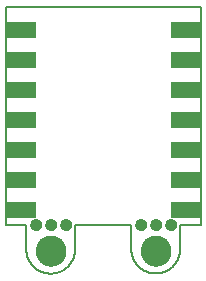
<source format=gts>
G75*
%MOIN*%
%OFA0B0*%
%FSLAX25Y25*%
%IPPOS*%
%LPD*%
%AMOC8*
5,1,8,0,0,1.08239X$1,22.5*
%
%ADD10C,0.00500*%
%ADD11C,0.00000*%
%ADD12C,0.10243*%
%ADD13C,0.03943*%
%ADD14R,0.10400X0.05400*%
D10*
X0011925Y0010080D02*
X0011925Y0017580D01*
X0005050Y0017580D01*
X0005050Y0090041D01*
X0005050Y0090080D02*
X0070001Y0090080D01*
X0070050Y0090080D02*
X0070050Y0073830D01*
X0070001Y0017580D01*
X0063175Y0017580D01*
X0063175Y0008830D01*
X0063157Y0008632D01*
X0063135Y0008435D01*
X0063108Y0008239D01*
X0063076Y0008043D01*
X0063039Y0007848D01*
X0062997Y0007654D01*
X0062951Y0007461D01*
X0062900Y0007269D01*
X0062845Y0007078D01*
X0062785Y0006889D01*
X0062720Y0006702D01*
X0062650Y0006516D01*
X0062577Y0006331D01*
X0062498Y0006149D01*
X0062416Y0005969D01*
X0062329Y0005790D01*
X0062237Y0005614D01*
X0062141Y0005440D01*
X0062042Y0005269D01*
X0061938Y0005100D01*
X0061830Y0004933D01*
X0061717Y0004770D01*
X0061601Y0004609D01*
X0061481Y0004451D01*
X0061358Y0004296D01*
X0061230Y0004143D01*
X0061099Y0003995D01*
X0060964Y0003849D01*
X0060826Y0003706D01*
X0060684Y0003568D01*
X0060539Y0003432D01*
X0060391Y0003300D01*
X0060239Y0003172D01*
X0060085Y0003047D01*
X0059927Y0002927D01*
X0059767Y0002810D01*
X0059604Y0002697D01*
X0059438Y0002588D01*
X0059269Y0002483D01*
X0059098Y0002383D01*
X0058925Y0002286D01*
X0058749Y0002194D01*
X0058571Y0002106D01*
X0058391Y0002022D01*
X0058209Y0001943D01*
X0058025Y0001869D01*
X0057840Y0001798D01*
X0057653Y0001733D01*
X0057464Y0001672D01*
X0057273Y0001615D01*
X0057082Y0001563D01*
X0056889Y0001516D01*
X0056695Y0001474D01*
X0056500Y0001436D01*
X0056305Y0001403D01*
X0056108Y0001375D01*
X0055911Y0001352D01*
X0055714Y0001333D01*
X0055516Y0001319D01*
X0055317Y0001310D01*
X0055119Y0001306D01*
X0054921Y0001307D01*
X0054722Y0001313D01*
X0054524Y0001323D01*
X0054326Y0001338D01*
X0054129Y0001358D01*
X0053932Y0001383D01*
X0053736Y0001413D01*
X0053540Y0001447D01*
X0053346Y0001486D01*
X0053152Y0001530D01*
X0052960Y0001579D01*
X0052768Y0001632D01*
X0052579Y0001690D01*
X0052390Y0001752D01*
X0052203Y0001819D01*
X0052018Y0001891D01*
X0051835Y0001967D01*
X0051654Y0002047D01*
X0051474Y0002132D01*
X0051297Y0002222D01*
X0051122Y0002315D01*
X0050949Y0002413D01*
X0050779Y0002515D01*
X0050611Y0002621D01*
X0050446Y0002731D01*
X0050284Y0002845D01*
X0050124Y0002963D01*
X0049968Y0003085D01*
X0049814Y0003211D01*
X0049664Y0003340D01*
X0049516Y0003473D01*
X0049372Y0003610D01*
X0049232Y0003750D01*
X0049094Y0003893D01*
X0048961Y0004040D01*
X0048831Y0004189D01*
X0048704Y0004342D01*
X0048582Y0004499D01*
X0048463Y0004657D01*
X0048348Y0004819D01*
X0048237Y0004984D01*
X0048130Y0005151D01*
X0048028Y0005321D01*
X0047929Y0005493D01*
X0047835Y0005668D01*
X0047744Y0005845D01*
X0047659Y0006024D01*
X0047577Y0006205D01*
X0047500Y0006387D01*
X0047428Y0006572D01*
X0047360Y0006759D01*
X0047297Y0006947D01*
X0047238Y0007136D01*
X0047184Y0007327D01*
X0047134Y0007519D01*
X0047089Y0007713D01*
X0047049Y0007907D01*
X0047014Y0008102D01*
X0046983Y0008298D01*
X0046958Y0008495D01*
X0046937Y0008693D01*
X0046921Y0008890D01*
X0046909Y0009088D01*
X0046903Y0009287D01*
X0046901Y0009485D01*
X0046904Y0009684D01*
X0046912Y0009882D01*
X0046925Y0010080D01*
X0046925Y0017580D01*
X0028175Y0017580D01*
X0028175Y0010080D01*
X0028189Y0009881D01*
X0028198Y0009681D01*
X0028203Y0009482D01*
X0028202Y0009282D01*
X0028197Y0009082D01*
X0028186Y0008883D01*
X0028171Y0008683D01*
X0028151Y0008485D01*
X0028126Y0008286D01*
X0028096Y0008089D01*
X0028062Y0007892D01*
X0028022Y0007696D01*
X0027978Y0007502D01*
X0027929Y0007308D01*
X0027875Y0007115D01*
X0027817Y0006924D01*
X0027754Y0006735D01*
X0027686Y0006547D01*
X0027614Y0006361D01*
X0027537Y0006176D01*
X0027456Y0005994D01*
X0027370Y0005813D01*
X0027280Y0005635D01*
X0027186Y0005459D01*
X0027087Y0005285D01*
X0026984Y0005114D01*
X0026877Y0004946D01*
X0026765Y0004780D01*
X0026650Y0004617D01*
X0026531Y0004456D01*
X0026408Y0004299D01*
X0026281Y0004145D01*
X0026150Y0003994D01*
X0026016Y0003846D01*
X0025878Y0003701D01*
X0025736Y0003560D01*
X0025591Y0003423D01*
X0025443Y0003289D01*
X0025292Y0003158D01*
X0025137Y0003032D01*
X0024980Y0002909D01*
X0024819Y0002790D01*
X0024656Y0002676D01*
X0024489Y0002565D01*
X0024321Y0002458D01*
X0024149Y0002355D01*
X0023975Y0002257D01*
X0023799Y0002163D01*
X0023620Y0002073D01*
X0023440Y0001988D01*
X0023257Y0001907D01*
X0023073Y0001831D01*
X0022886Y0001759D01*
X0022698Y0001692D01*
X0022508Y0001629D01*
X0022317Y0001572D01*
X0022125Y0001518D01*
X0021931Y0001470D01*
X0021736Y0001426D01*
X0021540Y0001387D01*
X0021343Y0001353D01*
X0021145Y0001324D01*
X0020947Y0001300D01*
X0020748Y0001280D01*
X0020549Y0001265D01*
X0020350Y0001256D01*
X0020150Y0001251D01*
X0019950Y0001251D01*
X0019750Y0001256D01*
X0019551Y0001265D01*
X0019352Y0001280D01*
X0019153Y0001300D01*
X0018955Y0001324D01*
X0018757Y0001353D01*
X0018560Y0001387D01*
X0018364Y0001426D01*
X0018169Y0001470D01*
X0017975Y0001518D01*
X0017783Y0001572D01*
X0017592Y0001629D01*
X0017402Y0001692D01*
X0017214Y0001759D01*
X0017027Y0001831D01*
X0016843Y0001907D01*
X0016660Y0001988D01*
X0016480Y0002073D01*
X0016301Y0002163D01*
X0016125Y0002257D01*
X0015951Y0002355D01*
X0015779Y0002458D01*
X0015611Y0002565D01*
X0015444Y0002676D01*
X0015281Y0002790D01*
X0015120Y0002909D01*
X0014963Y0003032D01*
X0014808Y0003158D01*
X0014657Y0003289D01*
X0014509Y0003423D01*
X0014364Y0003560D01*
X0014222Y0003701D01*
X0014084Y0003846D01*
X0013950Y0003994D01*
X0013819Y0004145D01*
X0013692Y0004299D01*
X0013569Y0004456D01*
X0013450Y0004617D01*
X0013335Y0004780D01*
X0013223Y0004946D01*
X0013116Y0005114D01*
X0013013Y0005285D01*
X0012914Y0005459D01*
X0012820Y0005635D01*
X0012730Y0005813D01*
X0012644Y0005994D01*
X0012563Y0006176D01*
X0012486Y0006361D01*
X0012414Y0006547D01*
X0012346Y0006735D01*
X0012283Y0006924D01*
X0012225Y0007115D01*
X0012171Y0007308D01*
X0012122Y0007502D01*
X0012078Y0007696D01*
X0012038Y0007892D01*
X0012004Y0008089D01*
X0011974Y0008286D01*
X0011949Y0008485D01*
X0011929Y0008683D01*
X0011914Y0008883D01*
X0011903Y0009082D01*
X0011898Y0009282D01*
X0011897Y0009482D01*
X0011902Y0009681D01*
X0011911Y0009881D01*
X0011925Y0010080D01*
D11*
X0013278Y0017580D02*
X0013280Y0017664D01*
X0013286Y0017747D01*
X0013296Y0017830D01*
X0013310Y0017913D01*
X0013327Y0017995D01*
X0013349Y0018076D01*
X0013374Y0018155D01*
X0013403Y0018234D01*
X0013436Y0018311D01*
X0013472Y0018386D01*
X0013512Y0018460D01*
X0013555Y0018532D01*
X0013602Y0018601D01*
X0013652Y0018668D01*
X0013705Y0018733D01*
X0013761Y0018795D01*
X0013819Y0018855D01*
X0013881Y0018912D01*
X0013945Y0018965D01*
X0014012Y0019016D01*
X0014081Y0019063D01*
X0014152Y0019108D01*
X0014225Y0019148D01*
X0014300Y0019185D01*
X0014377Y0019219D01*
X0014455Y0019249D01*
X0014534Y0019275D01*
X0014615Y0019298D01*
X0014697Y0019316D01*
X0014779Y0019331D01*
X0014862Y0019342D01*
X0014945Y0019349D01*
X0015029Y0019352D01*
X0015113Y0019351D01*
X0015196Y0019346D01*
X0015280Y0019337D01*
X0015362Y0019324D01*
X0015444Y0019308D01*
X0015525Y0019287D01*
X0015606Y0019263D01*
X0015684Y0019235D01*
X0015762Y0019203D01*
X0015838Y0019167D01*
X0015912Y0019128D01*
X0015984Y0019086D01*
X0016054Y0019040D01*
X0016122Y0018991D01*
X0016187Y0018939D01*
X0016250Y0018884D01*
X0016310Y0018826D01*
X0016368Y0018765D01*
X0016422Y0018701D01*
X0016474Y0018635D01*
X0016522Y0018567D01*
X0016567Y0018496D01*
X0016608Y0018423D01*
X0016647Y0018349D01*
X0016681Y0018273D01*
X0016712Y0018195D01*
X0016739Y0018116D01*
X0016763Y0018035D01*
X0016782Y0017954D01*
X0016798Y0017872D01*
X0016810Y0017789D01*
X0016818Y0017705D01*
X0016822Y0017622D01*
X0016822Y0017538D01*
X0016818Y0017455D01*
X0016810Y0017371D01*
X0016798Y0017288D01*
X0016782Y0017206D01*
X0016763Y0017125D01*
X0016739Y0017044D01*
X0016712Y0016965D01*
X0016681Y0016887D01*
X0016647Y0016811D01*
X0016608Y0016737D01*
X0016567Y0016664D01*
X0016522Y0016593D01*
X0016474Y0016525D01*
X0016422Y0016459D01*
X0016368Y0016395D01*
X0016310Y0016334D01*
X0016250Y0016276D01*
X0016187Y0016221D01*
X0016122Y0016169D01*
X0016054Y0016120D01*
X0015984Y0016074D01*
X0015912Y0016032D01*
X0015838Y0015993D01*
X0015762Y0015957D01*
X0015684Y0015925D01*
X0015606Y0015897D01*
X0015525Y0015873D01*
X0015444Y0015852D01*
X0015362Y0015836D01*
X0015280Y0015823D01*
X0015196Y0015814D01*
X0015113Y0015809D01*
X0015029Y0015808D01*
X0014945Y0015811D01*
X0014862Y0015818D01*
X0014779Y0015829D01*
X0014697Y0015844D01*
X0014615Y0015862D01*
X0014534Y0015885D01*
X0014455Y0015911D01*
X0014377Y0015941D01*
X0014300Y0015975D01*
X0014225Y0016012D01*
X0014152Y0016052D01*
X0014081Y0016097D01*
X0014012Y0016144D01*
X0013945Y0016195D01*
X0013881Y0016248D01*
X0013819Y0016305D01*
X0013761Y0016365D01*
X0013705Y0016427D01*
X0013652Y0016492D01*
X0013602Y0016559D01*
X0013555Y0016628D01*
X0013512Y0016700D01*
X0013472Y0016774D01*
X0013436Y0016849D01*
X0013403Y0016926D01*
X0013374Y0017005D01*
X0013349Y0017084D01*
X0013327Y0017165D01*
X0013310Y0017247D01*
X0013296Y0017330D01*
X0013286Y0017413D01*
X0013280Y0017496D01*
X0013278Y0017580D01*
X0018278Y0017580D02*
X0018280Y0017664D01*
X0018286Y0017747D01*
X0018296Y0017830D01*
X0018310Y0017913D01*
X0018327Y0017995D01*
X0018349Y0018076D01*
X0018374Y0018155D01*
X0018403Y0018234D01*
X0018436Y0018311D01*
X0018472Y0018386D01*
X0018512Y0018460D01*
X0018555Y0018532D01*
X0018602Y0018601D01*
X0018652Y0018668D01*
X0018705Y0018733D01*
X0018761Y0018795D01*
X0018819Y0018855D01*
X0018881Y0018912D01*
X0018945Y0018965D01*
X0019012Y0019016D01*
X0019081Y0019063D01*
X0019152Y0019108D01*
X0019225Y0019148D01*
X0019300Y0019185D01*
X0019377Y0019219D01*
X0019455Y0019249D01*
X0019534Y0019275D01*
X0019615Y0019298D01*
X0019697Y0019316D01*
X0019779Y0019331D01*
X0019862Y0019342D01*
X0019945Y0019349D01*
X0020029Y0019352D01*
X0020113Y0019351D01*
X0020196Y0019346D01*
X0020280Y0019337D01*
X0020362Y0019324D01*
X0020444Y0019308D01*
X0020525Y0019287D01*
X0020606Y0019263D01*
X0020684Y0019235D01*
X0020762Y0019203D01*
X0020838Y0019167D01*
X0020912Y0019128D01*
X0020984Y0019086D01*
X0021054Y0019040D01*
X0021122Y0018991D01*
X0021187Y0018939D01*
X0021250Y0018884D01*
X0021310Y0018826D01*
X0021368Y0018765D01*
X0021422Y0018701D01*
X0021474Y0018635D01*
X0021522Y0018567D01*
X0021567Y0018496D01*
X0021608Y0018423D01*
X0021647Y0018349D01*
X0021681Y0018273D01*
X0021712Y0018195D01*
X0021739Y0018116D01*
X0021763Y0018035D01*
X0021782Y0017954D01*
X0021798Y0017872D01*
X0021810Y0017789D01*
X0021818Y0017705D01*
X0021822Y0017622D01*
X0021822Y0017538D01*
X0021818Y0017455D01*
X0021810Y0017371D01*
X0021798Y0017288D01*
X0021782Y0017206D01*
X0021763Y0017125D01*
X0021739Y0017044D01*
X0021712Y0016965D01*
X0021681Y0016887D01*
X0021647Y0016811D01*
X0021608Y0016737D01*
X0021567Y0016664D01*
X0021522Y0016593D01*
X0021474Y0016525D01*
X0021422Y0016459D01*
X0021368Y0016395D01*
X0021310Y0016334D01*
X0021250Y0016276D01*
X0021187Y0016221D01*
X0021122Y0016169D01*
X0021054Y0016120D01*
X0020984Y0016074D01*
X0020912Y0016032D01*
X0020838Y0015993D01*
X0020762Y0015957D01*
X0020684Y0015925D01*
X0020606Y0015897D01*
X0020525Y0015873D01*
X0020444Y0015852D01*
X0020362Y0015836D01*
X0020280Y0015823D01*
X0020196Y0015814D01*
X0020113Y0015809D01*
X0020029Y0015808D01*
X0019945Y0015811D01*
X0019862Y0015818D01*
X0019779Y0015829D01*
X0019697Y0015844D01*
X0019615Y0015862D01*
X0019534Y0015885D01*
X0019455Y0015911D01*
X0019377Y0015941D01*
X0019300Y0015975D01*
X0019225Y0016012D01*
X0019152Y0016052D01*
X0019081Y0016097D01*
X0019012Y0016144D01*
X0018945Y0016195D01*
X0018881Y0016248D01*
X0018819Y0016305D01*
X0018761Y0016365D01*
X0018705Y0016427D01*
X0018652Y0016492D01*
X0018602Y0016559D01*
X0018555Y0016628D01*
X0018512Y0016700D01*
X0018472Y0016774D01*
X0018436Y0016849D01*
X0018403Y0016926D01*
X0018374Y0017005D01*
X0018349Y0017084D01*
X0018327Y0017165D01*
X0018310Y0017247D01*
X0018296Y0017330D01*
X0018286Y0017413D01*
X0018280Y0017496D01*
X0018278Y0017580D01*
X0023278Y0017580D02*
X0023280Y0017664D01*
X0023286Y0017747D01*
X0023296Y0017830D01*
X0023310Y0017913D01*
X0023327Y0017995D01*
X0023349Y0018076D01*
X0023374Y0018155D01*
X0023403Y0018234D01*
X0023436Y0018311D01*
X0023472Y0018386D01*
X0023512Y0018460D01*
X0023555Y0018532D01*
X0023602Y0018601D01*
X0023652Y0018668D01*
X0023705Y0018733D01*
X0023761Y0018795D01*
X0023819Y0018855D01*
X0023881Y0018912D01*
X0023945Y0018965D01*
X0024012Y0019016D01*
X0024081Y0019063D01*
X0024152Y0019108D01*
X0024225Y0019148D01*
X0024300Y0019185D01*
X0024377Y0019219D01*
X0024455Y0019249D01*
X0024534Y0019275D01*
X0024615Y0019298D01*
X0024697Y0019316D01*
X0024779Y0019331D01*
X0024862Y0019342D01*
X0024945Y0019349D01*
X0025029Y0019352D01*
X0025113Y0019351D01*
X0025196Y0019346D01*
X0025280Y0019337D01*
X0025362Y0019324D01*
X0025444Y0019308D01*
X0025525Y0019287D01*
X0025606Y0019263D01*
X0025684Y0019235D01*
X0025762Y0019203D01*
X0025838Y0019167D01*
X0025912Y0019128D01*
X0025984Y0019086D01*
X0026054Y0019040D01*
X0026122Y0018991D01*
X0026187Y0018939D01*
X0026250Y0018884D01*
X0026310Y0018826D01*
X0026368Y0018765D01*
X0026422Y0018701D01*
X0026474Y0018635D01*
X0026522Y0018567D01*
X0026567Y0018496D01*
X0026608Y0018423D01*
X0026647Y0018349D01*
X0026681Y0018273D01*
X0026712Y0018195D01*
X0026739Y0018116D01*
X0026763Y0018035D01*
X0026782Y0017954D01*
X0026798Y0017872D01*
X0026810Y0017789D01*
X0026818Y0017705D01*
X0026822Y0017622D01*
X0026822Y0017538D01*
X0026818Y0017455D01*
X0026810Y0017371D01*
X0026798Y0017288D01*
X0026782Y0017206D01*
X0026763Y0017125D01*
X0026739Y0017044D01*
X0026712Y0016965D01*
X0026681Y0016887D01*
X0026647Y0016811D01*
X0026608Y0016737D01*
X0026567Y0016664D01*
X0026522Y0016593D01*
X0026474Y0016525D01*
X0026422Y0016459D01*
X0026368Y0016395D01*
X0026310Y0016334D01*
X0026250Y0016276D01*
X0026187Y0016221D01*
X0026122Y0016169D01*
X0026054Y0016120D01*
X0025984Y0016074D01*
X0025912Y0016032D01*
X0025838Y0015993D01*
X0025762Y0015957D01*
X0025684Y0015925D01*
X0025606Y0015897D01*
X0025525Y0015873D01*
X0025444Y0015852D01*
X0025362Y0015836D01*
X0025280Y0015823D01*
X0025196Y0015814D01*
X0025113Y0015809D01*
X0025029Y0015808D01*
X0024945Y0015811D01*
X0024862Y0015818D01*
X0024779Y0015829D01*
X0024697Y0015844D01*
X0024615Y0015862D01*
X0024534Y0015885D01*
X0024455Y0015911D01*
X0024377Y0015941D01*
X0024300Y0015975D01*
X0024225Y0016012D01*
X0024152Y0016052D01*
X0024081Y0016097D01*
X0024012Y0016144D01*
X0023945Y0016195D01*
X0023881Y0016248D01*
X0023819Y0016305D01*
X0023761Y0016365D01*
X0023705Y0016427D01*
X0023652Y0016492D01*
X0023602Y0016559D01*
X0023555Y0016628D01*
X0023512Y0016700D01*
X0023472Y0016774D01*
X0023436Y0016849D01*
X0023403Y0016926D01*
X0023374Y0017005D01*
X0023349Y0017084D01*
X0023327Y0017165D01*
X0023310Y0017247D01*
X0023296Y0017330D01*
X0023286Y0017413D01*
X0023280Y0017496D01*
X0023278Y0017580D01*
X0015129Y0008830D02*
X0015131Y0008970D01*
X0015137Y0009110D01*
X0015147Y0009249D01*
X0015161Y0009388D01*
X0015179Y0009527D01*
X0015200Y0009665D01*
X0015226Y0009803D01*
X0015256Y0009940D01*
X0015289Y0010075D01*
X0015327Y0010210D01*
X0015368Y0010344D01*
X0015413Y0010477D01*
X0015461Y0010608D01*
X0015514Y0010737D01*
X0015570Y0010866D01*
X0015629Y0010992D01*
X0015693Y0011117D01*
X0015759Y0011240D01*
X0015830Y0011361D01*
X0015903Y0011480D01*
X0015980Y0011597D01*
X0016061Y0011711D01*
X0016144Y0011823D01*
X0016231Y0011933D01*
X0016321Y0012041D01*
X0016413Y0012145D01*
X0016509Y0012247D01*
X0016608Y0012347D01*
X0016709Y0012443D01*
X0016813Y0012537D01*
X0016920Y0012627D01*
X0017029Y0012714D01*
X0017141Y0012799D01*
X0017255Y0012880D01*
X0017371Y0012958D01*
X0017489Y0013032D01*
X0017610Y0013103D01*
X0017732Y0013171D01*
X0017857Y0013235D01*
X0017983Y0013296D01*
X0018110Y0013353D01*
X0018240Y0013406D01*
X0018371Y0013456D01*
X0018503Y0013501D01*
X0018636Y0013544D01*
X0018771Y0013582D01*
X0018906Y0013616D01*
X0019043Y0013647D01*
X0019180Y0013674D01*
X0019318Y0013696D01*
X0019457Y0013715D01*
X0019596Y0013730D01*
X0019735Y0013741D01*
X0019875Y0013748D01*
X0020015Y0013751D01*
X0020155Y0013750D01*
X0020295Y0013745D01*
X0020434Y0013736D01*
X0020574Y0013723D01*
X0020713Y0013706D01*
X0020851Y0013685D01*
X0020989Y0013661D01*
X0021126Y0013632D01*
X0021262Y0013600D01*
X0021397Y0013563D01*
X0021531Y0013523D01*
X0021664Y0013479D01*
X0021795Y0013431D01*
X0021925Y0013380D01*
X0022054Y0013325D01*
X0022181Y0013266D01*
X0022306Y0013203D01*
X0022429Y0013138D01*
X0022551Y0013068D01*
X0022670Y0012995D01*
X0022788Y0012919D01*
X0022903Y0012840D01*
X0023016Y0012757D01*
X0023126Y0012671D01*
X0023234Y0012582D01*
X0023339Y0012490D01*
X0023442Y0012395D01*
X0023542Y0012297D01*
X0023639Y0012197D01*
X0023733Y0012093D01*
X0023825Y0011987D01*
X0023913Y0011879D01*
X0023998Y0011768D01*
X0024080Y0011654D01*
X0024159Y0011538D01*
X0024234Y0011421D01*
X0024306Y0011301D01*
X0024374Y0011179D01*
X0024439Y0011055D01*
X0024501Y0010929D01*
X0024559Y0010802D01*
X0024613Y0010673D01*
X0024664Y0010542D01*
X0024710Y0010410D01*
X0024753Y0010277D01*
X0024793Y0010143D01*
X0024828Y0010008D01*
X0024860Y0009871D01*
X0024887Y0009734D01*
X0024911Y0009596D01*
X0024931Y0009458D01*
X0024947Y0009319D01*
X0024959Y0009179D01*
X0024967Y0009040D01*
X0024971Y0008900D01*
X0024971Y0008760D01*
X0024967Y0008620D01*
X0024959Y0008481D01*
X0024947Y0008341D01*
X0024931Y0008202D01*
X0024911Y0008064D01*
X0024887Y0007926D01*
X0024860Y0007789D01*
X0024828Y0007652D01*
X0024793Y0007517D01*
X0024753Y0007383D01*
X0024710Y0007250D01*
X0024664Y0007118D01*
X0024613Y0006987D01*
X0024559Y0006858D01*
X0024501Y0006731D01*
X0024439Y0006605D01*
X0024374Y0006481D01*
X0024306Y0006359D01*
X0024234Y0006239D01*
X0024159Y0006122D01*
X0024080Y0006006D01*
X0023998Y0005892D01*
X0023913Y0005781D01*
X0023825Y0005673D01*
X0023733Y0005567D01*
X0023639Y0005463D01*
X0023542Y0005363D01*
X0023442Y0005265D01*
X0023339Y0005170D01*
X0023234Y0005078D01*
X0023126Y0004989D01*
X0023016Y0004903D01*
X0022903Y0004820D01*
X0022788Y0004741D01*
X0022670Y0004665D01*
X0022551Y0004592D01*
X0022429Y0004522D01*
X0022306Y0004457D01*
X0022181Y0004394D01*
X0022054Y0004335D01*
X0021925Y0004280D01*
X0021795Y0004229D01*
X0021664Y0004181D01*
X0021531Y0004137D01*
X0021397Y0004097D01*
X0021262Y0004060D01*
X0021126Y0004028D01*
X0020989Y0003999D01*
X0020851Y0003975D01*
X0020713Y0003954D01*
X0020574Y0003937D01*
X0020434Y0003924D01*
X0020295Y0003915D01*
X0020155Y0003910D01*
X0020015Y0003909D01*
X0019875Y0003912D01*
X0019735Y0003919D01*
X0019596Y0003930D01*
X0019457Y0003945D01*
X0019318Y0003964D01*
X0019180Y0003986D01*
X0019043Y0004013D01*
X0018906Y0004044D01*
X0018771Y0004078D01*
X0018636Y0004116D01*
X0018503Y0004159D01*
X0018371Y0004204D01*
X0018240Y0004254D01*
X0018110Y0004307D01*
X0017983Y0004364D01*
X0017857Y0004425D01*
X0017732Y0004489D01*
X0017610Y0004557D01*
X0017489Y0004628D01*
X0017371Y0004702D01*
X0017255Y0004780D01*
X0017141Y0004861D01*
X0017029Y0004946D01*
X0016920Y0005033D01*
X0016813Y0005123D01*
X0016709Y0005217D01*
X0016608Y0005313D01*
X0016509Y0005413D01*
X0016413Y0005515D01*
X0016321Y0005619D01*
X0016231Y0005727D01*
X0016144Y0005837D01*
X0016061Y0005949D01*
X0015980Y0006063D01*
X0015903Y0006180D01*
X0015830Y0006299D01*
X0015759Y0006420D01*
X0015693Y0006543D01*
X0015629Y0006668D01*
X0015570Y0006794D01*
X0015514Y0006923D01*
X0015461Y0007052D01*
X0015413Y0007183D01*
X0015368Y0007316D01*
X0015327Y0007450D01*
X0015289Y0007585D01*
X0015256Y0007720D01*
X0015226Y0007857D01*
X0015200Y0007995D01*
X0015179Y0008133D01*
X0015161Y0008272D01*
X0015147Y0008411D01*
X0015137Y0008550D01*
X0015131Y0008690D01*
X0015129Y0008830D01*
X0048278Y0017580D02*
X0048280Y0017664D01*
X0048286Y0017747D01*
X0048296Y0017830D01*
X0048310Y0017913D01*
X0048327Y0017995D01*
X0048349Y0018076D01*
X0048374Y0018155D01*
X0048403Y0018234D01*
X0048436Y0018311D01*
X0048472Y0018386D01*
X0048512Y0018460D01*
X0048555Y0018532D01*
X0048602Y0018601D01*
X0048652Y0018668D01*
X0048705Y0018733D01*
X0048761Y0018795D01*
X0048819Y0018855D01*
X0048881Y0018912D01*
X0048945Y0018965D01*
X0049012Y0019016D01*
X0049081Y0019063D01*
X0049152Y0019108D01*
X0049225Y0019148D01*
X0049300Y0019185D01*
X0049377Y0019219D01*
X0049455Y0019249D01*
X0049534Y0019275D01*
X0049615Y0019298D01*
X0049697Y0019316D01*
X0049779Y0019331D01*
X0049862Y0019342D01*
X0049945Y0019349D01*
X0050029Y0019352D01*
X0050113Y0019351D01*
X0050196Y0019346D01*
X0050280Y0019337D01*
X0050362Y0019324D01*
X0050444Y0019308D01*
X0050525Y0019287D01*
X0050606Y0019263D01*
X0050684Y0019235D01*
X0050762Y0019203D01*
X0050838Y0019167D01*
X0050912Y0019128D01*
X0050984Y0019086D01*
X0051054Y0019040D01*
X0051122Y0018991D01*
X0051187Y0018939D01*
X0051250Y0018884D01*
X0051310Y0018826D01*
X0051368Y0018765D01*
X0051422Y0018701D01*
X0051474Y0018635D01*
X0051522Y0018567D01*
X0051567Y0018496D01*
X0051608Y0018423D01*
X0051647Y0018349D01*
X0051681Y0018273D01*
X0051712Y0018195D01*
X0051739Y0018116D01*
X0051763Y0018035D01*
X0051782Y0017954D01*
X0051798Y0017872D01*
X0051810Y0017789D01*
X0051818Y0017705D01*
X0051822Y0017622D01*
X0051822Y0017538D01*
X0051818Y0017455D01*
X0051810Y0017371D01*
X0051798Y0017288D01*
X0051782Y0017206D01*
X0051763Y0017125D01*
X0051739Y0017044D01*
X0051712Y0016965D01*
X0051681Y0016887D01*
X0051647Y0016811D01*
X0051608Y0016737D01*
X0051567Y0016664D01*
X0051522Y0016593D01*
X0051474Y0016525D01*
X0051422Y0016459D01*
X0051368Y0016395D01*
X0051310Y0016334D01*
X0051250Y0016276D01*
X0051187Y0016221D01*
X0051122Y0016169D01*
X0051054Y0016120D01*
X0050984Y0016074D01*
X0050912Y0016032D01*
X0050838Y0015993D01*
X0050762Y0015957D01*
X0050684Y0015925D01*
X0050606Y0015897D01*
X0050525Y0015873D01*
X0050444Y0015852D01*
X0050362Y0015836D01*
X0050280Y0015823D01*
X0050196Y0015814D01*
X0050113Y0015809D01*
X0050029Y0015808D01*
X0049945Y0015811D01*
X0049862Y0015818D01*
X0049779Y0015829D01*
X0049697Y0015844D01*
X0049615Y0015862D01*
X0049534Y0015885D01*
X0049455Y0015911D01*
X0049377Y0015941D01*
X0049300Y0015975D01*
X0049225Y0016012D01*
X0049152Y0016052D01*
X0049081Y0016097D01*
X0049012Y0016144D01*
X0048945Y0016195D01*
X0048881Y0016248D01*
X0048819Y0016305D01*
X0048761Y0016365D01*
X0048705Y0016427D01*
X0048652Y0016492D01*
X0048602Y0016559D01*
X0048555Y0016628D01*
X0048512Y0016700D01*
X0048472Y0016774D01*
X0048436Y0016849D01*
X0048403Y0016926D01*
X0048374Y0017005D01*
X0048349Y0017084D01*
X0048327Y0017165D01*
X0048310Y0017247D01*
X0048296Y0017330D01*
X0048286Y0017413D01*
X0048280Y0017496D01*
X0048278Y0017580D01*
X0053278Y0017580D02*
X0053280Y0017664D01*
X0053286Y0017747D01*
X0053296Y0017830D01*
X0053310Y0017913D01*
X0053327Y0017995D01*
X0053349Y0018076D01*
X0053374Y0018155D01*
X0053403Y0018234D01*
X0053436Y0018311D01*
X0053472Y0018386D01*
X0053512Y0018460D01*
X0053555Y0018532D01*
X0053602Y0018601D01*
X0053652Y0018668D01*
X0053705Y0018733D01*
X0053761Y0018795D01*
X0053819Y0018855D01*
X0053881Y0018912D01*
X0053945Y0018965D01*
X0054012Y0019016D01*
X0054081Y0019063D01*
X0054152Y0019108D01*
X0054225Y0019148D01*
X0054300Y0019185D01*
X0054377Y0019219D01*
X0054455Y0019249D01*
X0054534Y0019275D01*
X0054615Y0019298D01*
X0054697Y0019316D01*
X0054779Y0019331D01*
X0054862Y0019342D01*
X0054945Y0019349D01*
X0055029Y0019352D01*
X0055113Y0019351D01*
X0055196Y0019346D01*
X0055280Y0019337D01*
X0055362Y0019324D01*
X0055444Y0019308D01*
X0055525Y0019287D01*
X0055606Y0019263D01*
X0055684Y0019235D01*
X0055762Y0019203D01*
X0055838Y0019167D01*
X0055912Y0019128D01*
X0055984Y0019086D01*
X0056054Y0019040D01*
X0056122Y0018991D01*
X0056187Y0018939D01*
X0056250Y0018884D01*
X0056310Y0018826D01*
X0056368Y0018765D01*
X0056422Y0018701D01*
X0056474Y0018635D01*
X0056522Y0018567D01*
X0056567Y0018496D01*
X0056608Y0018423D01*
X0056647Y0018349D01*
X0056681Y0018273D01*
X0056712Y0018195D01*
X0056739Y0018116D01*
X0056763Y0018035D01*
X0056782Y0017954D01*
X0056798Y0017872D01*
X0056810Y0017789D01*
X0056818Y0017705D01*
X0056822Y0017622D01*
X0056822Y0017538D01*
X0056818Y0017455D01*
X0056810Y0017371D01*
X0056798Y0017288D01*
X0056782Y0017206D01*
X0056763Y0017125D01*
X0056739Y0017044D01*
X0056712Y0016965D01*
X0056681Y0016887D01*
X0056647Y0016811D01*
X0056608Y0016737D01*
X0056567Y0016664D01*
X0056522Y0016593D01*
X0056474Y0016525D01*
X0056422Y0016459D01*
X0056368Y0016395D01*
X0056310Y0016334D01*
X0056250Y0016276D01*
X0056187Y0016221D01*
X0056122Y0016169D01*
X0056054Y0016120D01*
X0055984Y0016074D01*
X0055912Y0016032D01*
X0055838Y0015993D01*
X0055762Y0015957D01*
X0055684Y0015925D01*
X0055606Y0015897D01*
X0055525Y0015873D01*
X0055444Y0015852D01*
X0055362Y0015836D01*
X0055280Y0015823D01*
X0055196Y0015814D01*
X0055113Y0015809D01*
X0055029Y0015808D01*
X0054945Y0015811D01*
X0054862Y0015818D01*
X0054779Y0015829D01*
X0054697Y0015844D01*
X0054615Y0015862D01*
X0054534Y0015885D01*
X0054455Y0015911D01*
X0054377Y0015941D01*
X0054300Y0015975D01*
X0054225Y0016012D01*
X0054152Y0016052D01*
X0054081Y0016097D01*
X0054012Y0016144D01*
X0053945Y0016195D01*
X0053881Y0016248D01*
X0053819Y0016305D01*
X0053761Y0016365D01*
X0053705Y0016427D01*
X0053652Y0016492D01*
X0053602Y0016559D01*
X0053555Y0016628D01*
X0053512Y0016700D01*
X0053472Y0016774D01*
X0053436Y0016849D01*
X0053403Y0016926D01*
X0053374Y0017005D01*
X0053349Y0017084D01*
X0053327Y0017165D01*
X0053310Y0017247D01*
X0053296Y0017330D01*
X0053286Y0017413D01*
X0053280Y0017496D01*
X0053278Y0017580D01*
X0058278Y0017580D02*
X0058280Y0017664D01*
X0058286Y0017747D01*
X0058296Y0017830D01*
X0058310Y0017913D01*
X0058327Y0017995D01*
X0058349Y0018076D01*
X0058374Y0018155D01*
X0058403Y0018234D01*
X0058436Y0018311D01*
X0058472Y0018386D01*
X0058512Y0018460D01*
X0058555Y0018532D01*
X0058602Y0018601D01*
X0058652Y0018668D01*
X0058705Y0018733D01*
X0058761Y0018795D01*
X0058819Y0018855D01*
X0058881Y0018912D01*
X0058945Y0018965D01*
X0059012Y0019016D01*
X0059081Y0019063D01*
X0059152Y0019108D01*
X0059225Y0019148D01*
X0059300Y0019185D01*
X0059377Y0019219D01*
X0059455Y0019249D01*
X0059534Y0019275D01*
X0059615Y0019298D01*
X0059697Y0019316D01*
X0059779Y0019331D01*
X0059862Y0019342D01*
X0059945Y0019349D01*
X0060029Y0019352D01*
X0060113Y0019351D01*
X0060196Y0019346D01*
X0060280Y0019337D01*
X0060362Y0019324D01*
X0060444Y0019308D01*
X0060525Y0019287D01*
X0060606Y0019263D01*
X0060684Y0019235D01*
X0060762Y0019203D01*
X0060838Y0019167D01*
X0060912Y0019128D01*
X0060984Y0019086D01*
X0061054Y0019040D01*
X0061122Y0018991D01*
X0061187Y0018939D01*
X0061250Y0018884D01*
X0061310Y0018826D01*
X0061368Y0018765D01*
X0061422Y0018701D01*
X0061474Y0018635D01*
X0061522Y0018567D01*
X0061567Y0018496D01*
X0061608Y0018423D01*
X0061647Y0018349D01*
X0061681Y0018273D01*
X0061712Y0018195D01*
X0061739Y0018116D01*
X0061763Y0018035D01*
X0061782Y0017954D01*
X0061798Y0017872D01*
X0061810Y0017789D01*
X0061818Y0017705D01*
X0061822Y0017622D01*
X0061822Y0017538D01*
X0061818Y0017455D01*
X0061810Y0017371D01*
X0061798Y0017288D01*
X0061782Y0017206D01*
X0061763Y0017125D01*
X0061739Y0017044D01*
X0061712Y0016965D01*
X0061681Y0016887D01*
X0061647Y0016811D01*
X0061608Y0016737D01*
X0061567Y0016664D01*
X0061522Y0016593D01*
X0061474Y0016525D01*
X0061422Y0016459D01*
X0061368Y0016395D01*
X0061310Y0016334D01*
X0061250Y0016276D01*
X0061187Y0016221D01*
X0061122Y0016169D01*
X0061054Y0016120D01*
X0060984Y0016074D01*
X0060912Y0016032D01*
X0060838Y0015993D01*
X0060762Y0015957D01*
X0060684Y0015925D01*
X0060606Y0015897D01*
X0060525Y0015873D01*
X0060444Y0015852D01*
X0060362Y0015836D01*
X0060280Y0015823D01*
X0060196Y0015814D01*
X0060113Y0015809D01*
X0060029Y0015808D01*
X0059945Y0015811D01*
X0059862Y0015818D01*
X0059779Y0015829D01*
X0059697Y0015844D01*
X0059615Y0015862D01*
X0059534Y0015885D01*
X0059455Y0015911D01*
X0059377Y0015941D01*
X0059300Y0015975D01*
X0059225Y0016012D01*
X0059152Y0016052D01*
X0059081Y0016097D01*
X0059012Y0016144D01*
X0058945Y0016195D01*
X0058881Y0016248D01*
X0058819Y0016305D01*
X0058761Y0016365D01*
X0058705Y0016427D01*
X0058652Y0016492D01*
X0058602Y0016559D01*
X0058555Y0016628D01*
X0058512Y0016700D01*
X0058472Y0016774D01*
X0058436Y0016849D01*
X0058403Y0016926D01*
X0058374Y0017005D01*
X0058349Y0017084D01*
X0058327Y0017165D01*
X0058310Y0017247D01*
X0058296Y0017330D01*
X0058286Y0017413D01*
X0058280Y0017496D01*
X0058278Y0017580D01*
X0050129Y0008830D02*
X0050131Y0008970D01*
X0050137Y0009110D01*
X0050147Y0009249D01*
X0050161Y0009388D01*
X0050179Y0009527D01*
X0050200Y0009665D01*
X0050226Y0009803D01*
X0050256Y0009940D01*
X0050289Y0010075D01*
X0050327Y0010210D01*
X0050368Y0010344D01*
X0050413Y0010477D01*
X0050461Y0010608D01*
X0050514Y0010737D01*
X0050570Y0010866D01*
X0050629Y0010992D01*
X0050693Y0011117D01*
X0050759Y0011240D01*
X0050830Y0011361D01*
X0050903Y0011480D01*
X0050980Y0011597D01*
X0051061Y0011711D01*
X0051144Y0011823D01*
X0051231Y0011933D01*
X0051321Y0012041D01*
X0051413Y0012145D01*
X0051509Y0012247D01*
X0051608Y0012347D01*
X0051709Y0012443D01*
X0051813Y0012537D01*
X0051920Y0012627D01*
X0052029Y0012714D01*
X0052141Y0012799D01*
X0052255Y0012880D01*
X0052371Y0012958D01*
X0052489Y0013032D01*
X0052610Y0013103D01*
X0052732Y0013171D01*
X0052857Y0013235D01*
X0052983Y0013296D01*
X0053110Y0013353D01*
X0053240Y0013406D01*
X0053371Y0013456D01*
X0053503Y0013501D01*
X0053636Y0013544D01*
X0053771Y0013582D01*
X0053906Y0013616D01*
X0054043Y0013647D01*
X0054180Y0013674D01*
X0054318Y0013696D01*
X0054457Y0013715D01*
X0054596Y0013730D01*
X0054735Y0013741D01*
X0054875Y0013748D01*
X0055015Y0013751D01*
X0055155Y0013750D01*
X0055295Y0013745D01*
X0055434Y0013736D01*
X0055574Y0013723D01*
X0055713Y0013706D01*
X0055851Y0013685D01*
X0055989Y0013661D01*
X0056126Y0013632D01*
X0056262Y0013600D01*
X0056397Y0013563D01*
X0056531Y0013523D01*
X0056664Y0013479D01*
X0056795Y0013431D01*
X0056925Y0013380D01*
X0057054Y0013325D01*
X0057181Y0013266D01*
X0057306Y0013203D01*
X0057429Y0013138D01*
X0057551Y0013068D01*
X0057670Y0012995D01*
X0057788Y0012919D01*
X0057903Y0012840D01*
X0058016Y0012757D01*
X0058126Y0012671D01*
X0058234Y0012582D01*
X0058339Y0012490D01*
X0058442Y0012395D01*
X0058542Y0012297D01*
X0058639Y0012197D01*
X0058733Y0012093D01*
X0058825Y0011987D01*
X0058913Y0011879D01*
X0058998Y0011768D01*
X0059080Y0011654D01*
X0059159Y0011538D01*
X0059234Y0011421D01*
X0059306Y0011301D01*
X0059374Y0011179D01*
X0059439Y0011055D01*
X0059501Y0010929D01*
X0059559Y0010802D01*
X0059613Y0010673D01*
X0059664Y0010542D01*
X0059710Y0010410D01*
X0059753Y0010277D01*
X0059793Y0010143D01*
X0059828Y0010008D01*
X0059860Y0009871D01*
X0059887Y0009734D01*
X0059911Y0009596D01*
X0059931Y0009458D01*
X0059947Y0009319D01*
X0059959Y0009179D01*
X0059967Y0009040D01*
X0059971Y0008900D01*
X0059971Y0008760D01*
X0059967Y0008620D01*
X0059959Y0008481D01*
X0059947Y0008341D01*
X0059931Y0008202D01*
X0059911Y0008064D01*
X0059887Y0007926D01*
X0059860Y0007789D01*
X0059828Y0007652D01*
X0059793Y0007517D01*
X0059753Y0007383D01*
X0059710Y0007250D01*
X0059664Y0007118D01*
X0059613Y0006987D01*
X0059559Y0006858D01*
X0059501Y0006731D01*
X0059439Y0006605D01*
X0059374Y0006481D01*
X0059306Y0006359D01*
X0059234Y0006239D01*
X0059159Y0006122D01*
X0059080Y0006006D01*
X0058998Y0005892D01*
X0058913Y0005781D01*
X0058825Y0005673D01*
X0058733Y0005567D01*
X0058639Y0005463D01*
X0058542Y0005363D01*
X0058442Y0005265D01*
X0058339Y0005170D01*
X0058234Y0005078D01*
X0058126Y0004989D01*
X0058016Y0004903D01*
X0057903Y0004820D01*
X0057788Y0004741D01*
X0057670Y0004665D01*
X0057551Y0004592D01*
X0057429Y0004522D01*
X0057306Y0004457D01*
X0057181Y0004394D01*
X0057054Y0004335D01*
X0056925Y0004280D01*
X0056795Y0004229D01*
X0056664Y0004181D01*
X0056531Y0004137D01*
X0056397Y0004097D01*
X0056262Y0004060D01*
X0056126Y0004028D01*
X0055989Y0003999D01*
X0055851Y0003975D01*
X0055713Y0003954D01*
X0055574Y0003937D01*
X0055434Y0003924D01*
X0055295Y0003915D01*
X0055155Y0003910D01*
X0055015Y0003909D01*
X0054875Y0003912D01*
X0054735Y0003919D01*
X0054596Y0003930D01*
X0054457Y0003945D01*
X0054318Y0003964D01*
X0054180Y0003986D01*
X0054043Y0004013D01*
X0053906Y0004044D01*
X0053771Y0004078D01*
X0053636Y0004116D01*
X0053503Y0004159D01*
X0053371Y0004204D01*
X0053240Y0004254D01*
X0053110Y0004307D01*
X0052983Y0004364D01*
X0052857Y0004425D01*
X0052732Y0004489D01*
X0052610Y0004557D01*
X0052489Y0004628D01*
X0052371Y0004702D01*
X0052255Y0004780D01*
X0052141Y0004861D01*
X0052029Y0004946D01*
X0051920Y0005033D01*
X0051813Y0005123D01*
X0051709Y0005217D01*
X0051608Y0005313D01*
X0051509Y0005413D01*
X0051413Y0005515D01*
X0051321Y0005619D01*
X0051231Y0005727D01*
X0051144Y0005837D01*
X0051061Y0005949D01*
X0050980Y0006063D01*
X0050903Y0006180D01*
X0050830Y0006299D01*
X0050759Y0006420D01*
X0050693Y0006543D01*
X0050629Y0006668D01*
X0050570Y0006794D01*
X0050514Y0006923D01*
X0050461Y0007052D01*
X0050413Y0007183D01*
X0050368Y0007316D01*
X0050327Y0007450D01*
X0050289Y0007585D01*
X0050256Y0007720D01*
X0050226Y0007857D01*
X0050200Y0007995D01*
X0050179Y0008133D01*
X0050161Y0008272D01*
X0050147Y0008411D01*
X0050137Y0008550D01*
X0050131Y0008690D01*
X0050129Y0008830D01*
D12*
X0055050Y0008830D03*
X0020050Y0008830D03*
D13*
X0020050Y0017580D03*
X0015050Y0017580D03*
X0025050Y0017580D03*
X0050050Y0017580D03*
X0055050Y0017580D03*
X0060050Y0017580D03*
D14*
X0065050Y0022580D03*
X0065050Y0032580D03*
X0065050Y0042580D03*
X0065050Y0052580D03*
X0065050Y0062580D03*
X0065050Y0072580D03*
X0065050Y0082580D03*
X0010050Y0082580D03*
X0010050Y0072580D03*
X0010050Y0062580D03*
X0010050Y0052580D03*
X0010050Y0042580D03*
X0010050Y0032580D03*
X0010050Y0022580D03*
M02*

</source>
